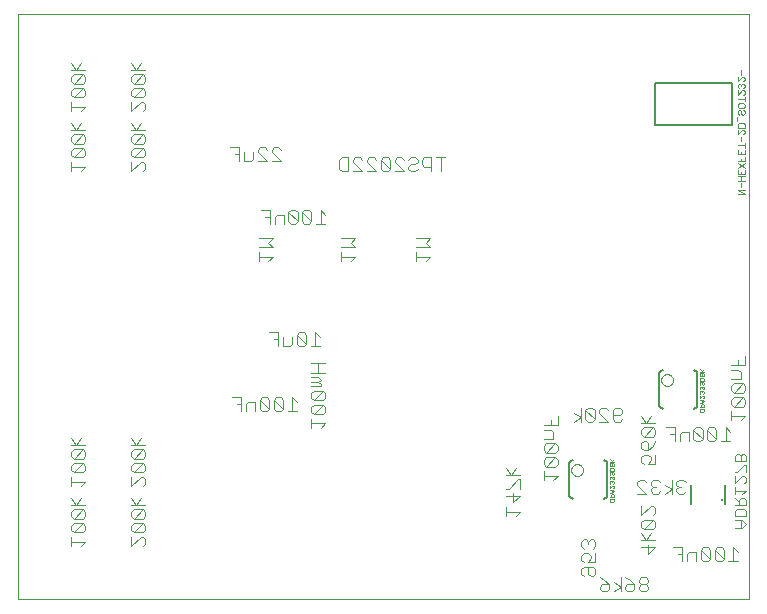
<source format=gbo>
G75*
%MOIN*%
%OFA0B0*%
%FSLAX24Y24*%
%IPPOS*%
%LPD*%
%AMOC8*
5,1,8,0,0,1.08239X$1,22.5*
%
%ADD10C,0.0000*%
%ADD11C,0.0040*%
%ADD12C,0.0060*%
%ADD13C,0.0020*%
%ADD14C,0.0079*%
%ADD15C,0.0080*%
D10*
X000630Y000630D02*
X000630Y020126D01*
X025000Y020126D01*
X025000Y000630D01*
X000630Y000630D01*
D11*
X002400Y002400D02*
X002400Y002707D01*
X002400Y002553D02*
X002860Y002553D01*
X002707Y002400D01*
X002784Y002860D02*
X002477Y002860D01*
X002784Y003167D01*
X002477Y003167D01*
X002400Y003091D01*
X002400Y002937D01*
X002477Y002860D01*
X002784Y002860D02*
X002860Y002937D01*
X002860Y003091D01*
X002784Y003167D01*
X002784Y003321D02*
X002477Y003321D01*
X002784Y003628D01*
X002477Y003628D01*
X002400Y003551D01*
X002400Y003398D01*
X002477Y003321D01*
X002784Y003321D02*
X002860Y003398D01*
X002860Y003551D01*
X002784Y003628D01*
X002860Y003781D02*
X002400Y003781D01*
X002553Y003781D02*
X002707Y004011D01*
X002553Y003781D02*
X002400Y004011D01*
X002400Y004400D02*
X002400Y004707D01*
X002400Y004553D02*
X002860Y004553D01*
X002707Y004400D01*
X002784Y004860D02*
X002477Y004860D01*
X002784Y005167D01*
X002477Y005167D01*
X002400Y005091D01*
X002400Y004937D01*
X002477Y004860D01*
X002784Y004860D02*
X002860Y004937D01*
X002860Y005091D01*
X002784Y005167D01*
X002784Y005321D02*
X002477Y005321D01*
X002784Y005628D01*
X002477Y005628D01*
X002400Y005551D01*
X002400Y005398D01*
X002477Y005321D01*
X002784Y005321D02*
X002860Y005398D01*
X002860Y005551D01*
X002784Y005628D01*
X002860Y005781D02*
X002400Y005781D01*
X002553Y005781D02*
X002707Y006011D01*
X002553Y005781D02*
X002400Y006011D01*
X004400Y006011D02*
X004553Y005781D01*
X004707Y006011D01*
X004860Y005781D02*
X004400Y005781D01*
X004477Y005628D02*
X004400Y005551D01*
X004400Y005398D01*
X004477Y005321D01*
X004784Y005628D01*
X004477Y005628D01*
X004784Y005628D02*
X004860Y005551D01*
X004860Y005398D01*
X004784Y005321D01*
X004477Y005321D01*
X004477Y005167D02*
X004400Y005091D01*
X004400Y004937D01*
X004477Y004860D01*
X004784Y005167D01*
X004477Y005167D01*
X004784Y005167D02*
X004860Y005091D01*
X004860Y004937D01*
X004784Y004860D01*
X004477Y004860D01*
X004400Y004707D02*
X004400Y004400D01*
X004707Y004707D01*
X004784Y004707D01*
X004860Y004630D01*
X004860Y004477D01*
X004784Y004400D01*
X004707Y004011D02*
X004553Y003781D01*
X004400Y004011D01*
X004400Y003781D02*
X004860Y003781D01*
X004784Y003628D02*
X004477Y003628D01*
X004400Y003551D01*
X004400Y003398D01*
X004477Y003321D01*
X004784Y003628D01*
X004860Y003551D01*
X004860Y003398D01*
X004784Y003321D01*
X004477Y003321D01*
X004477Y003167D02*
X004400Y003091D01*
X004400Y002937D01*
X004477Y002860D01*
X004784Y003167D01*
X004477Y003167D01*
X004477Y002860D02*
X004784Y002860D01*
X004860Y002937D01*
X004860Y003091D01*
X004784Y003167D01*
X004784Y002707D02*
X004860Y002630D01*
X004860Y002477D01*
X004784Y002400D01*
X004707Y002707D02*
X004400Y002400D01*
X004400Y002707D01*
X004707Y002707D02*
X004784Y002707D01*
X008070Y006900D02*
X008070Y007360D01*
X007763Y007360D01*
X007917Y007130D02*
X008070Y007130D01*
X008224Y007130D02*
X008224Y006900D01*
X008224Y007130D02*
X008301Y007207D01*
X008531Y007207D01*
X008531Y006900D01*
X008684Y006977D02*
X008761Y006900D01*
X008914Y006900D01*
X008991Y006977D01*
X008684Y007284D01*
X008684Y006977D01*
X008684Y007284D02*
X008761Y007360D01*
X008914Y007360D01*
X008991Y007284D01*
X008991Y006977D01*
X009145Y006977D02*
X009145Y007284D01*
X009452Y006977D01*
X009375Y006900D01*
X009221Y006900D01*
X009145Y006977D01*
X009452Y006977D02*
X009452Y007284D01*
X009375Y007360D01*
X009221Y007360D01*
X009145Y007284D01*
X009605Y006900D02*
X009912Y006900D01*
X009759Y006900D02*
X009759Y007360D01*
X009912Y007207D01*
X010400Y007346D02*
X010400Y007499D01*
X010477Y007576D01*
X010784Y007576D01*
X010477Y007269D01*
X010400Y007346D01*
X010477Y007269D02*
X010784Y007269D01*
X010860Y007346D01*
X010860Y007499D01*
X010784Y007576D01*
X010707Y007729D02*
X010400Y007729D01*
X010400Y007883D02*
X010630Y007883D01*
X010707Y007959D01*
X010630Y008036D01*
X010400Y008036D01*
X010400Y008190D02*
X010860Y008190D01*
X010630Y008190D02*
X010630Y008497D01*
X010860Y008497D02*
X010400Y008497D01*
X010377Y009065D02*
X010684Y009065D01*
X010530Y009065D02*
X010530Y009526D01*
X010684Y009372D01*
X010223Y009449D02*
X010223Y009142D01*
X009917Y009449D01*
X009917Y009142D01*
X009993Y009065D01*
X010147Y009065D01*
X010223Y009142D01*
X010223Y009449D02*
X010147Y009526D01*
X009993Y009526D01*
X009917Y009449D01*
X009763Y009372D02*
X009763Y009142D01*
X009686Y009065D01*
X009456Y009065D01*
X009456Y009372D01*
X009303Y009296D02*
X009149Y009296D01*
X009303Y009526D02*
X009303Y009065D01*
X009303Y009526D02*
X008996Y009526D01*
X010630Y007883D02*
X010707Y007806D01*
X010707Y007729D01*
X010784Y007115D02*
X010477Y007115D01*
X010400Y007039D01*
X010400Y006885D01*
X010477Y006808D01*
X010784Y007115D01*
X010860Y007039D01*
X010860Y006885D01*
X010784Y006808D01*
X010477Y006808D01*
X010400Y006655D02*
X010400Y006348D01*
X010400Y006501D02*
X010860Y006501D01*
X010707Y006348D01*
X016900Y005011D02*
X017053Y004781D01*
X017207Y005011D01*
X017360Y004781D02*
X016900Y004781D01*
X017284Y004628D02*
X016977Y004321D01*
X016900Y004321D01*
X016900Y004091D02*
X017360Y004091D01*
X017130Y003860D01*
X017130Y004167D01*
X017360Y004321D02*
X017360Y004628D01*
X017284Y004628D01*
X018150Y004598D02*
X018150Y004905D01*
X018150Y004751D02*
X018610Y004751D01*
X018457Y004598D01*
X018534Y005058D02*
X018227Y005058D01*
X018534Y005365D01*
X018227Y005365D01*
X018150Y005289D01*
X018150Y005135D01*
X018227Y005058D01*
X018534Y005058D02*
X018610Y005135D01*
X018610Y005289D01*
X018534Y005365D01*
X018534Y005519D02*
X018227Y005519D01*
X018534Y005826D01*
X018227Y005826D01*
X018150Y005749D01*
X018150Y005596D01*
X018227Y005519D01*
X018534Y005519D02*
X018610Y005596D01*
X018610Y005749D01*
X018534Y005826D01*
X018457Y005979D02*
X018150Y005979D01*
X018457Y005979D02*
X018457Y006209D01*
X018380Y006286D01*
X018150Y006286D01*
X018150Y006440D02*
X018610Y006440D01*
X018610Y006747D01*
X018380Y006593D02*
X018380Y006440D01*
X019149Y006550D02*
X019379Y006703D01*
X019149Y006857D01*
X019379Y007010D02*
X019379Y006550D01*
X019532Y006627D02*
X019609Y006550D01*
X019762Y006550D01*
X019839Y006627D01*
X019532Y006934D01*
X019532Y006627D01*
X019532Y006934D02*
X019609Y007010D01*
X019762Y007010D01*
X019839Y006934D01*
X019839Y006627D01*
X019993Y006550D02*
X020300Y006550D01*
X019993Y006857D01*
X019993Y006934D01*
X020069Y007010D01*
X020223Y007010D01*
X020300Y006934D01*
X020453Y006934D02*
X020530Y007010D01*
X020683Y007010D01*
X020760Y006934D01*
X020760Y006857D01*
X020683Y006780D01*
X020453Y006780D01*
X020453Y006627D02*
X020453Y006934D01*
X020453Y006627D02*
X020530Y006550D01*
X020683Y006550D01*
X020760Y006627D01*
X021400Y006516D02*
X021860Y006516D01*
X021784Y006363D02*
X021477Y006363D01*
X021400Y006286D01*
X021400Y006133D01*
X021477Y006056D01*
X021784Y006363D01*
X021860Y006286D01*
X021860Y006133D01*
X021784Y006056D01*
X021477Y006056D01*
X021477Y005902D02*
X021553Y005902D01*
X021630Y005826D01*
X021630Y005596D01*
X021477Y005596D01*
X021400Y005672D01*
X021400Y005826D01*
X021477Y005902D01*
X021630Y005596D02*
X021784Y005749D01*
X021860Y005902D01*
X022365Y006130D02*
X022518Y006130D01*
X022672Y006130D02*
X022672Y005900D01*
X022518Y005900D02*
X022518Y006360D01*
X022212Y006360D01*
X022672Y006130D02*
X022749Y006207D01*
X022979Y006207D01*
X022979Y005900D01*
X023132Y005977D02*
X023209Y005900D01*
X023362Y005900D01*
X023439Y005977D01*
X023132Y006284D01*
X023132Y005977D01*
X023439Y005977D02*
X023439Y006284D01*
X023362Y006360D01*
X023209Y006360D01*
X023132Y006284D01*
X023593Y006284D02*
X023593Y005977D01*
X023669Y005900D01*
X023823Y005900D01*
X023900Y005977D01*
X023593Y006284D01*
X023669Y006360D01*
X023823Y006360D01*
X023900Y006284D01*
X023900Y005977D01*
X024053Y005900D02*
X024360Y005900D01*
X024207Y005900D02*
X024207Y006360D01*
X024360Y006207D01*
X024400Y006598D02*
X024400Y006905D01*
X024400Y006751D02*
X024860Y006751D01*
X024707Y006598D01*
X024784Y007058D02*
X024477Y007058D01*
X024784Y007365D01*
X024477Y007365D01*
X024400Y007289D01*
X024400Y007135D01*
X024477Y007058D01*
X024784Y007058D02*
X024860Y007135D01*
X024860Y007289D01*
X024784Y007365D01*
X024784Y007519D02*
X024477Y007519D01*
X024784Y007826D01*
X024477Y007826D01*
X024400Y007749D01*
X024400Y007596D01*
X024477Y007519D01*
X024784Y007519D02*
X024860Y007596D01*
X024860Y007749D01*
X024784Y007826D01*
X024707Y007979D02*
X024707Y008209D01*
X024630Y008286D01*
X024400Y008286D01*
X024400Y008440D02*
X024860Y008440D01*
X024860Y008747D01*
X024630Y008593D02*
X024630Y008440D01*
X024707Y007979D02*
X024400Y007979D01*
X021707Y006747D02*
X021553Y006516D01*
X021400Y006747D01*
X021477Y005442D02*
X021400Y005365D01*
X021400Y005212D01*
X021477Y005135D01*
X021630Y005135D02*
X021707Y005289D01*
X021707Y005365D01*
X021630Y005442D01*
X021477Y005442D01*
X021630Y005135D02*
X021860Y005135D01*
X021860Y005442D01*
X021801Y004610D02*
X021724Y004534D01*
X021724Y004457D01*
X021801Y004380D01*
X021724Y004303D01*
X021724Y004227D01*
X021801Y004150D01*
X021954Y004150D01*
X022031Y004227D01*
X022184Y004150D02*
X022414Y004303D01*
X022184Y004457D01*
X022031Y004534D02*
X021954Y004610D01*
X021801Y004610D01*
X021801Y004380D02*
X021877Y004380D01*
X021570Y004534D02*
X021494Y004610D01*
X021340Y004610D01*
X021263Y004534D01*
X021263Y004457D01*
X021570Y004150D01*
X021263Y004150D01*
X021400Y003747D02*
X021400Y003440D01*
X021707Y003747D01*
X021784Y003747D01*
X021860Y003670D01*
X021860Y003516D01*
X021784Y003440D01*
X021784Y003286D02*
X021477Y002979D01*
X021400Y003056D01*
X021400Y003209D01*
X021477Y003286D01*
X021784Y003286D01*
X021860Y003209D01*
X021860Y003056D01*
X021784Y002979D01*
X021477Y002979D01*
X021400Y002826D02*
X021553Y002596D01*
X021707Y002826D01*
X021860Y002596D02*
X021400Y002596D01*
X021400Y002365D02*
X021860Y002365D01*
X021630Y002135D01*
X021630Y002442D01*
X022462Y002360D02*
X022768Y002360D01*
X022768Y001900D01*
X022922Y001900D02*
X022922Y002130D01*
X022999Y002207D01*
X023229Y002207D01*
X023229Y001900D01*
X023382Y001977D02*
X023459Y001900D01*
X023612Y001900D01*
X023689Y001977D01*
X023382Y002284D01*
X023382Y001977D01*
X023689Y001977D02*
X023689Y002284D01*
X023612Y002360D01*
X023459Y002360D01*
X023382Y002284D01*
X023843Y002284D02*
X023843Y001977D01*
X023919Y001900D01*
X024073Y001900D01*
X024150Y001977D01*
X023843Y002284D01*
X023919Y002360D01*
X024073Y002360D01*
X024150Y002284D01*
X024150Y001977D01*
X024303Y001900D02*
X024610Y001900D01*
X024457Y001900D02*
X024457Y002360D01*
X024610Y002207D01*
X024525Y003025D02*
X024765Y003025D01*
X024885Y003145D01*
X024765Y003265D01*
X024525Y003265D01*
X024525Y003393D02*
X024525Y003573D01*
X024585Y003634D01*
X024825Y003634D01*
X024885Y003573D01*
X024885Y003393D01*
X024525Y003393D01*
X024705Y003265D02*
X024705Y003025D01*
X024645Y003762D02*
X024645Y003942D01*
X024705Y004002D01*
X024825Y004002D01*
X024885Y003942D01*
X024885Y003762D01*
X024525Y003762D01*
X024645Y003882D02*
X024525Y004002D01*
X024525Y004130D02*
X024525Y004370D01*
X024525Y004250D02*
X024885Y004250D01*
X024765Y004130D01*
X024825Y004498D02*
X024885Y004558D01*
X024885Y004678D01*
X024825Y004738D01*
X024765Y004738D01*
X024525Y004498D01*
X024525Y004738D01*
X024525Y004867D02*
X024585Y004867D01*
X024825Y005107D01*
X024885Y005107D01*
X024885Y004867D01*
X024885Y005235D02*
X024525Y005235D01*
X024525Y005415D01*
X024585Y005475D01*
X024645Y005475D01*
X024705Y005415D01*
X024705Y005235D01*
X024705Y005415D02*
X024765Y005475D01*
X024825Y005475D01*
X024885Y005415D01*
X024885Y005235D01*
X022875Y004534D02*
X022798Y004610D01*
X022645Y004610D01*
X022568Y004534D01*
X022568Y004457D01*
X022645Y004380D01*
X022568Y004303D01*
X022568Y004227D01*
X022645Y004150D01*
X022798Y004150D01*
X022875Y004227D01*
X022721Y004380D02*
X022645Y004380D01*
X022414Y004150D02*
X022414Y004610D01*
X019860Y002551D02*
X019784Y002628D01*
X019707Y002628D01*
X019630Y002551D01*
X019553Y002628D01*
X019477Y002628D01*
X019400Y002551D01*
X019400Y002398D01*
X019477Y002321D01*
X019477Y002167D02*
X019400Y002091D01*
X019400Y001937D01*
X019477Y001860D01*
X019477Y001707D02*
X019784Y001707D01*
X019860Y001630D01*
X019860Y001477D01*
X019784Y001400D01*
X019707Y001400D01*
X019630Y001477D01*
X019630Y001707D01*
X019477Y001707D02*
X019400Y001630D01*
X019400Y001477D01*
X019477Y001400D01*
X020013Y001360D02*
X020167Y001284D01*
X020320Y001130D01*
X020090Y001130D01*
X020013Y001053D01*
X020013Y000977D01*
X020090Y000900D01*
X020244Y000900D01*
X020320Y000977D01*
X020320Y001130D01*
X020474Y001207D02*
X020704Y001053D01*
X020474Y000900D01*
X020704Y000900D02*
X020704Y001360D01*
X020858Y001360D02*
X021011Y001284D01*
X021164Y001130D01*
X020934Y001130D01*
X020858Y001053D01*
X020858Y000977D01*
X020934Y000900D01*
X021088Y000900D01*
X021164Y000977D01*
X021164Y001130D01*
X021318Y001053D02*
X021318Y000977D01*
X021395Y000900D01*
X021548Y000900D01*
X021625Y000977D01*
X021625Y001053D01*
X021548Y001130D01*
X021395Y001130D01*
X021318Y001053D01*
X021395Y001130D02*
X021318Y001207D01*
X021318Y001284D01*
X021395Y001360D01*
X021548Y001360D01*
X021625Y001284D01*
X021625Y001207D01*
X021548Y001130D01*
X022615Y002130D02*
X022768Y002130D01*
X019860Y002167D02*
X019860Y001860D01*
X019630Y001860D01*
X019707Y002014D01*
X019707Y002091D01*
X019630Y002167D01*
X019477Y002167D01*
X019784Y002321D02*
X019860Y002398D01*
X019860Y002551D01*
X019630Y002551D02*
X019630Y002474D01*
X017360Y003553D02*
X016900Y003553D01*
X016900Y003400D02*
X016900Y003707D01*
X017207Y003400D02*
X017360Y003553D01*
X014207Y011900D02*
X014360Y012053D01*
X013900Y012053D01*
X013900Y011900D02*
X013900Y012207D01*
X013900Y012360D02*
X014360Y012360D01*
X014207Y012514D01*
X014360Y012667D01*
X013900Y012667D01*
X011860Y012667D02*
X011400Y012667D01*
X011400Y012360D02*
X011860Y012360D01*
X011707Y012514D01*
X011860Y012667D01*
X011400Y012207D02*
X011400Y011900D01*
X011400Y012053D02*
X011860Y012053D01*
X011707Y011900D01*
X010860Y013150D02*
X010553Y013150D01*
X010707Y013150D02*
X010707Y013610D01*
X010860Y013457D01*
X010400Y013534D02*
X010400Y013227D01*
X010093Y013534D01*
X010093Y013227D01*
X010169Y013150D01*
X010323Y013150D01*
X010400Y013227D01*
X010400Y013534D02*
X010323Y013610D01*
X010169Y013610D01*
X010093Y013534D01*
X009939Y013534D02*
X009939Y013227D01*
X009632Y013534D01*
X009632Y013227D01*
X009709Y013150D01*
X009862Y013150D01*
X009939Y013227D01*
X009939Y013534D02*
X009862Y013610D01*
X009709Y013610D01*
X009632Y013534D01*
X009479Y013457D02*
X009249Y013457D01*
X009172Y013380D01*
X009172Y013150D01*
X009018Y013150D02*
X009018Y013610D01*
X008712Y013610D01*
X008865Y013380D02*
X009018Y013380D01*
X009479Y013457D02*
X009479Y013150D01*
X009110Y012667D02*
X008650Y012667D01*
X008650Y012360D02*
X009110Y012360D01*
X008957Y012514D01*
X009110Y012667D01*
X008650Y012207D02*
X008650Y011900D01*
X008650Y012053D02*
X009110Y012053D01*
X008957Y011900D01*
X011407Y014900D02*
X011330Y014977D01*
X011330Y015284D01*
X011407Y015360D01*
X011637Y015360D01*
X011637Y014900D01*
X011407Y014900D01*
X011791Y014900D02*
X012098Y014900D01*
X011791Y015207D01*
X011791Y015284D01*
X011867Y015360D01*
X012021Y015360D01*
X012098Y015284D01*
X012251Y015284D02*
X012328Y015360D01*
X012481Y015360D01*
X012558Y015284D01*
X012712Y015284D02*
X013018Y014977D01*
X012942Y014900D01*
X012788Y014900D01*
X012712Y014977D01*
X012712Y015284D01*
X012788Y015360D01*
X012942Y015360D01*
X013018Y015284D01*
X013018Y014977D01*
X013172Y014900D02*
X013479Y014900D01*
X013172Y015207D01*
X013172Y015284D01*
X013249Y015360D01*
X013402Y015360D01*
X013479Y015284D01*
X013632Y015284D02*
X013709Y015360D01*
X013862Y015360D01*
X013939Y015284D01*
X013939Y015207D01*
X013862Y015130D01*
X013709Y015130D01*
X013632Y015053D01*
X013632Y014977D01*
X013709Y014900D01*
X013862Y014900D01*
X013939Y014977D01*
X014093Y015130D02*
X014169Y015053D01*
X014400Y015053D01*
X014400Y014900D02*
X014400Y015360D01*
X014169Y015360D01*
X014093Y015284D01*
X014093Y015130D01*
X014553Y015360D02*
X014860Y015360D01*
X014707Y015360D02*
X014707Y014900D01*
X012558Y014900D02*
X012251Y015207D01*
X012251Y015284D01*
X012251Y014900D02*
X012558Y014900D01*
X009378Y015235D02*
X009071Y015542D01*
X009071Y015618D01*
X009148Y015695D01*
X009301Y015695D01*
X009378Y015618D01*
X009378Y015235D02*
X009071Y015235D01*
X008917Y015235D02*
X008610Y015542D01*
X008610Y015618D01*
X008687Y015695D01*
X008841Y015695D01*
X008917Y015618D01*
X008917Y015235D02*
X008610Y015235D01*
X008457Y015311D02*
X008457Y015542D01*
X008457Y015311D02*
X008380Y015235D01*
X008150Y015235D01*
X008150Y015542D01*
X007997Y015465D02*
X007843Y015465D01*
X007997Y015695D02*
X007690Y015695D01*
X007997Y015695D02*
X007997Y015235D01*
X004860Y015130D02*
X004860Y014977D01*
X004784Y014900D01*
X004860Y015130D02*
X004784Y015207D01*
X004707Y015207D01*
X004400Y014900D01*
X004400Y015207D01*
X004477Y015360D02*
X004784Y015667D01*
X004477Y015667D01*
X004400Y015591D01*
X004400Y015437D01*
X004477Y015360D01*
X004784Y015360D01*
X004860Y015437D01*
X004860Y015591D01*
X004784Y015667D01*
X004784Y015821D02*
X004477Y015821D01*
X004784Y016128D01*
X004477Y016128D01*
X004400Y016051D01*
X004400Y015898D01*
X004477Y015821D01*
X004784Y015821D02*
X004860Y015898D01*
X004860Y016051D01*
X004784Y016128D01*
X004860Y016281D02*
X004400Y016281D01*
X004553Y016281D02*
X004707Y016511D01*
X004553Y016281D02*
X004400Y016511D01*
X004400Y016900D02*
X004707Y017207D01*
X004784Y017207D01*
X004860Y017130D01*
X004860Y016977D01*
X004784Y016900D01*
X004400Y016900D02*
X004400Y017207D01*
X004477Y017360D02*
X004784Y017667D01*
X004477Y017667D01*
X004400Y017591D01*
X004400Y017437D01*
X004477Y017360D01*
X004784Y017360D01*
X004860Y017437D01*
X004860Y017591D01*
X004784Y017667D01*
X004784Y017821D02*
X004860Y017898D01*
X004860Y018051D01*
X004784Y018128D01*
X004477Y017821D01*
X004400Y017898D01*
X004400Y018051D01*
X004477Y018128D01*
X004784Y018128D01*
X004860Y018281D02*
X004400Y018281D01*
X004553Y018281D02*
X004707Y018511D01*
X004553Y018281D02*
X004400Y018511D01*
X004477Y017821D02*
X004784Y017821D01*
X002860Y017898D02*
X002860Y018051D01*
X002784Y018128D01*
X002477Y017821D01*
X002400Y017898D01*
X002400Y018051D01*
X002477Y018128D01*
X002784Y018128D01*
X002860Y018281D02*
X002400Y018281D01*
X002553Y018281D02*
X002707Y018511D01*
X002553Y018281D02*
X002400Y018511D01*
X002860Y017898D02*
X002784Y017821D01*
X002477Y017821D01*
X002477Y017667D02*
X002400Y017591D01*
X002400Y017437D01*
X002477Y017360D01*
X002784Y017667D01*
X002477Y017667D01*
X002784Y017667D02*
X002860Y017591D01*
X002860Y017437D01*
X002784Y017360D01*
X002477Y017360D01*
X002400Y017207D02*
X002400Y016900D01*
X002400Y017053D02*
X002860Y017053D01*
X002707Y016900D01*
X002707Y016511D02*
X002553Y016281D01*
X002400Y016511D01*
X002400Y016281D02*
X002860Y016281D01*
X002784Y016128D02*
X002477Y015821D01*
X002400Y015898D01*
X002400Y016051D01*
X002477Y016128D01*
X002784Y016128D01*
X002860Y016051D01*
X002860Y015898D01*
X002784Y015821D01*
X002477Y015821D01*
X002477Y015667D02*
X002400Y015591D01*
X002400Y015437D01*
X002477Y015360D01*
X002784Y015667D01*
X002477Y015667D01*
X002784Y015667D02*
X002860Y015591D01*
X002860Y015437D01*
X002784Y015360D01*
X002477Y015360D01*
X002400Y015207D02*
X002400Y014900D01*
X002400Y015053D02*
X002860Y015053D01*
X002707Y014900D01*
D12*
X018990Y005142D02*
X018990Y004119D01*
X018992Y004099D01*
X018996Y004079D01*
X019004Y004061D01*
X019014Y004044D01*
X019027Y004028D01*
X019043Y004015D01*
X019060Y004005D01*
X019078Y003997D01*
X019098Y003993D01*
X019118Y003991D01*
X020141Y003991D02*
X020161Y003993D01*
X020181Y003997D01*
X020199Y004005D01*
X020216Y004015D01*
X020232Y004028D01*
X020245Y004044D01*
X020255Y004061D01*
X020263Y004079D01*
X020267Y004099D01*
X020269Y004119D01*
X020269Y005142D01*
X020267Y005162D01*
X020263Y005182D01*
X020255Y005200D01*
X020245Y005217D01*
X020232Y005233D01*
X020216Y005246D01*
X020199Y005256D01*
X020181Y005264D01*
X020161Y005268D01*
X020141Y005270D01*
X019118Y005270D02*
X019098Y005268D01*
X019078Y005264D01*
X019060Y005256D01*
X019043Y005246D01*
X019027Y005233D01*
X019014Y005217D01*
X019004Y005200D01*
X018996Y005182D01*
X018992Y005162D01*
X018990Y005142D01*
X021990Y007119D02*
X021990Y008142D01*
X021992Y008162D01*
X021996Y008182D01*
X022004Y008200D01*
X022014Y008217D01*
X022027Y008233D01*
X022043Y008246D01*
X022060Y008256D01*
X022078Y008264D01*
X022098Y008268D01*
X022118Y008270D01*
X023141Y008270D02*
X023161Y008268D01*
X023181Y008264D01*
X023199Y008256D01*
X023216Y008246D01*
X023232Y008233D01*
X023245Y008217D01*
X023255Y008200D01*
X023263Y008182D01*
X023267Y008162D01*
X023269Y008142D01*
X023269Y007119D01*
X023267Y007099D01*
X023263Y007079D01*
X023255Y007061D01*
X023245Y007044D01*
X023232Y007028D01*
X023216Y007015D01*
X023199Y007005D01*
X023181Y006997D01*
X023161Y006993D01*
X023141Y006991D01*
X022118Y006991D02*
X022098Y006993D01*
X022078Y006997D01*
X022060Y007005D01*
X022043Y007015D01*
X022027Y007028D01*
X022014Y007044D01*
X022004Y007061D01*
X021996Y007079D01*
X021992Y007099D01*
X021990Y007119D01*
X023070Y004437D02*
X023070Y003823D01*
X024190Y003823D02*
X024190Y004437D01*
D13*
X023457Y006890D02*
X023363Y006890D01*
X023340Y006913D01*
X023340Y006960D01*
X023363Y006983D01*
X023457Y006983D01*
X023480Y006960D01*
X023480Y006913D01*
X023457Y006890D01*
X023480Y007037D02*
X023480Y007107D01*
X023457Y007131D01*
X023410Y007131D01*
X023387Y007107D01*
X023387Y007037D01*
X023340Y007037D02*
X023480Y007037D01*
X023433Y007185D02*
X023480Y007231D01*
X023433Y007278D01*
X023340Y007278D01*
X023340Y007332D02*
X023433Y007425D01*
X023457Y007425D01*
X023480Y007402D01*
X023480Y007355D01*
X023457Y007332D01*
X023410Y007278D02*
X023410Y007185D01*
X023433Y007185D02*
X023340Y007185D01*
X023340Y007332D02*
X023340Y007425D01*
X023363Y007479D02*
X023340Y007503D01*
X023340Y007549D01*
X023363Y007573D01*
X023387Y007573D01*
X023410Y007549D01*
X023410Y007526D01*
X023410Y007549D02*
X023433Y007573D01*
X023457Y007573D01*
X023480Y007549D01*
X023480Y007503D01*
X023457Y007479D01*
X023457Y007627D02*
X023480Y007650D01*
X023480Y007697D01*
X023457Y007720D01*
X023433Y007720D01*
X023410Y007697D01*
X023387Y007720D01*
X023363Y007720D01*
X023340Y007697D01*
X023340Y007650D01*
X023363Y007627D01*
X023410Y007673D02*
X023410Y007697D01*
X023363Y007774D02*
X023340Y007797D01*
X023340Y007844D01*
X023363Y007867D01*
X023387Y007867D01*
X023410Y007844D01*
X023410Y007821D01*
X023410Y007844D02*
X023433Y007867D01*
X023457Y007867D01*
X023480Y007844D01*
X023480Y007797D01*
X023457Y007774D01*
X023480Y007921D02*
X023340Y007921D01*
X023340Y007991D01*
X023363Y008015D01*
X023457Y008015D01*
X023480Y007991D01*
X023480Y007921D01*
X023457Y008069D02*
X023363Y008069D01*
X023340Y008092D01*
X023340Y008139D01*
X023363Y008162D01*
X023410Y008162D01*
X023410Y008115D01*
X023457Y008069D02*
X023480Y008092D01*
X023480Y008139D01*
X023457Y008162D01*
X023480Y008216D02*
X023340Y008216D01*
X023387Y008216D02*
X023480Y008309D01*
X023410Y008239D02*
X023340Y008309D01*
X022061Y007941D02*
X022063Y007968D01*
X022069Y007995D01*
X022078Y008021D01*
X022091Y008045D01*
X022107Y008068D01*
X022126Y008087D01*
X022148Y008104D01*
X022172Y008118D01*
X022197Y008128D01*
X022224Y008135D01*
X022251Y008138D01*
X022279Y008137D01*
X022306Y008132D01*
X022332Y008124D01*
X022356Y008112D01*
X022379Y008096D01*
X022400Y008078D01*
X022417Y008057D01*
X022432Y008033D01*
X022443Y008008D01*
X022451Y007982D01*
X022455Y007955D01*
X022455Y007927D01*
X022451Y007900D01*
X022443Y007874D01*
X022432Y007849D01*
X022417Y007825D01*
X022400Y007804D01*
X022379Y007786D01*
X022357Y007770D01*
X022332Y007758D01*
X022306Y007750D01*
X022279Y007745D01*
X022251Y007744D01*
X022224Y007747D01*
X022197Y007754D01*
X022172Y007764D01*
X022148Y007778D01*
X022126Y007795D01*
X022107Y007814D01*
X022091Y007837D01*
X022078Y007861D01*
X022069Y007887D01*
X022063Y007914D01*
X022061Y007941D01*
X020480Y005309D02*
X020387Y005216D01*
X020410Y005239D02*
X020340Y005309D01*
X020340Y005216D02*
X020480Y005216D01*
X020457Y005162D02*
X020480Y005139D01*
X020480Y005092D01*
X020457Y005069D01*
X020363Y005069D01*
X020340Y005092D01*
X020340Y005139D01*
X020363Y005162D01*
X020410Y005162D01*
X020410Y005115D01*
X020363Y005015D02*
X020340Y004991D01*
X020340Y004921D01*
X020480Y004921D01*
X020480Y004991D01*
X020457Y005015D01*
X020363Y005015D01*
X020363Y004867D02*
X020340Y004844D01*
X020340Y004797D01*
X020363Y004774D01*
X020363Y004720D02*
X020340Y004697D01*
X020340Y004650D01*
X020363Y004627D01*
X020363Y004573D02*
X020340Y004549D01*
X020340Y004503D01*
X020363Y004479D01*
X020340Y004425D02*
X020340Y004332D01*
X020433Y004425D01*
X020457Y004425D01*
X020480Y004402D01*
X020480Y004355D01*
X020457Y004332D01*
X020433Y004278D02*
X020340Y004278D01*
X020410Y004278D02*
X020410Y004185D01*
X020433Y004185D02*
X020480Y004231D01*
X020433Y004278D01*
X020433Y004185D02*
X020340Y004185D01*
X020410Y004131D02*
X020387Y004107D01*
X020387Y004037D01*
X020340Y004037D02*
X020480Y004037D01*
X020480Y004107D01*
X020457Y004131D01*
X020410Y004131D01*
X020363Y003983D02*
X020340Y003960D01*
X020340Y003913D01*
X020363Y003890D01*
X020457Y003890D01*
X020480Y003913D01*
X020480Y003960D01*
X020457Y003983D01*
X020363Y003983D01*
X020457Y004479D02*
X020480Y004503D01*
X020480Y004549D01*
X020457Y004573D01*
X020433Y004573D01*
X020410Y004549D01*
X020387Y004573D01*
X020363Y004573D01*
X020410Y004549D02*
X020410Y004526D01*
X020457Y004627D02*
X020480Y004650D01*
X020480Y004697D01*
X020457Y004720D01*
X020433Y004720D01*
X020410Y004697D01*
X020387Y004720D01*
X020363Y004720D01*
X020410Y004697D02*
X020410Y004673D01*
X020457Y004774D02*
X020480Y004797D01*
X020480Y004844D01*
X020457Y004867D01*
X020433Y004867D01*
X020410Y004844D01*
X020387Y004867D01*
X020363Y004867D01*
X020410Y004844D02*
X020410Y004821D01*
X019061Y004941D02*
X019063Y004968D01*
X019069Y004995D01*
X019078Y005021D01*
X019091Y005045D01*
X019107Y005068D01*
X019126Y005087D01*
X019148Y005104D01*
X019172Y005118D01*
X019197Y005128D01*
X019224Y005135D01*
X019251Y005138D01*
X019279Y005137D01*
X019306Y005132D01*
X019332Y005124D01*
X019356Y005112D01*
X019379Y005096D01*
X019400Y005078D01*
X019417Y005057D01*
X019432Y005033D01*
X019443Y005008D01*
X019451Y004982D01*
X019455Y004955D01*
X019455Y004927D01*
X019451Y004900D01*
X019443Y004874D01*
X019432Y004849D01*
X019417Y004825D01*
X019400Y004804D01*
X019379Y004786D01*
X019357Y004770D01*
X019332Y004758D01*
X019306Y004750D01*
X019279Y004745D01*
X019251Y004744D01*
X019224Y004747D01*
X019197Y004754D01*
X019172Y004764D01*
X019148Y004778D01*
X019126Y004795D01*
X019107Y004814D01*
X019091Y004837D01*
X019078Y004861D01*
X019069Y004887D01*
X019063Y004914D01*
X019061Y004941D01*
X024620Y014140D02*
X024840Y014140D01*
X024620Y014287D01*
X024840Y014287D01*
X024730Y014361D02*
X024730Y014508D01*
X024730Y014582D02*
X024730Y014729D01*
X024730Y014803D02*
X024730Y014876D01*
X024840Y014803D02*
X024620Y014803D01*
X024620Y014950D01*
X024620Y015024D02*
X024840Y015171D01*
X024840Y015245D02*
X024620Y015245D01*
X024620Y015171D02*
X024840Y015024D01*
X024840Y014950D02*
X024840Y014803D01*
X024840Y014729D02*
X024620Y014729D01*
X024620Y014582D02*
X024840Y014582D01*
X024840Y015245D02*
X024840Y015392D01*
X024840Y015466D02*
X024620Y015466D01*
X024620Y015613D01*
X024730Y015539D02*
X024730Y015466D01*
X024840Y015466D02*
X024840Y015613D01*
X024840Y015687D02*
X024840Y015834D01*
X024840Y015760D02*
X024620Y015760D01*
X024730Y015908D02*
X024730Y016055D01*
X024803Y016129D02*
X024840Y016166D01*
X024840Y016239D01*
X024803Y016276D01*
X024767Y016276D01*
X024620Y016129D01*
X024620Y016276D01*
X024620Y016350D02*
X024620Y016460D01*
X024657Y016497D01*
X024803Y016497D01*
X024840Y016460D01*
X024840Y016350D01*
X024620Y016350D01*
X024583Y016571D02*
X024583Y016718D01*
X024657Y016792D02*
X024620Y016829D01*
X024620Y016902D01*
X024657Y016939D01*
X024693Y016939D01*
X024730Y016902D01*
X024730Y016829D01*
X024767Y016792D01*
X024803Y016792D01*
X024840Y016829D01*
X024840Y016902D01*
X024803Y016939D01*
X024803Y017013D02*
X024657Y017013D01*
X024620Y017050D01*
X024620Y017123D01*
X024657Y017160D01*
X024803Y017160D01*
X024840Y017123D01*
X024840Y017050D01*
X024803Y017013D01*
X024840Y017234D02*
X024840Y017381D01*
X024840Y017307D02*
X024620Y017307D01*
X024620Y017455D02*
X024767Y017602D01*
X024803Y017602D01*
X024840Y017565D01*
X024840Y017492D01*
X024803Y017455D01*
X024620Y017455D02*
X024620Y017602D01*
X024657Y017676D02*
X024620Y017713D01*
X024620Y017786D01*
X024657Y017823D01*
X024693Y017823D01*
X024730Y017786D01*
X024730Y017749D01*
X024730Y017786D02*
X024767Y017823D01*
X024803Y017823D01*
X024840Y017786D01*
X024840Y017713D01*
X024803Y017676D01*
X024803Y017897D02*
X024840Y017933D01*
X024840Y018007D01*
X024803Y018044D01*
X024767Y018044D01*
X024620Y017897D01*
X024620Y018044D01*
X024730Y018118D02*
X024730Y018265D01*
X024730Y015318D02*
X024730Y015245D01*
D14*
X024083Y003933D03*
D15*
X024420Y016430D02*
X021840Y016430D01*
X021840Y017830D01*
X024420Y017830D01*
X024420Y016430D01*
M02*

</source>
